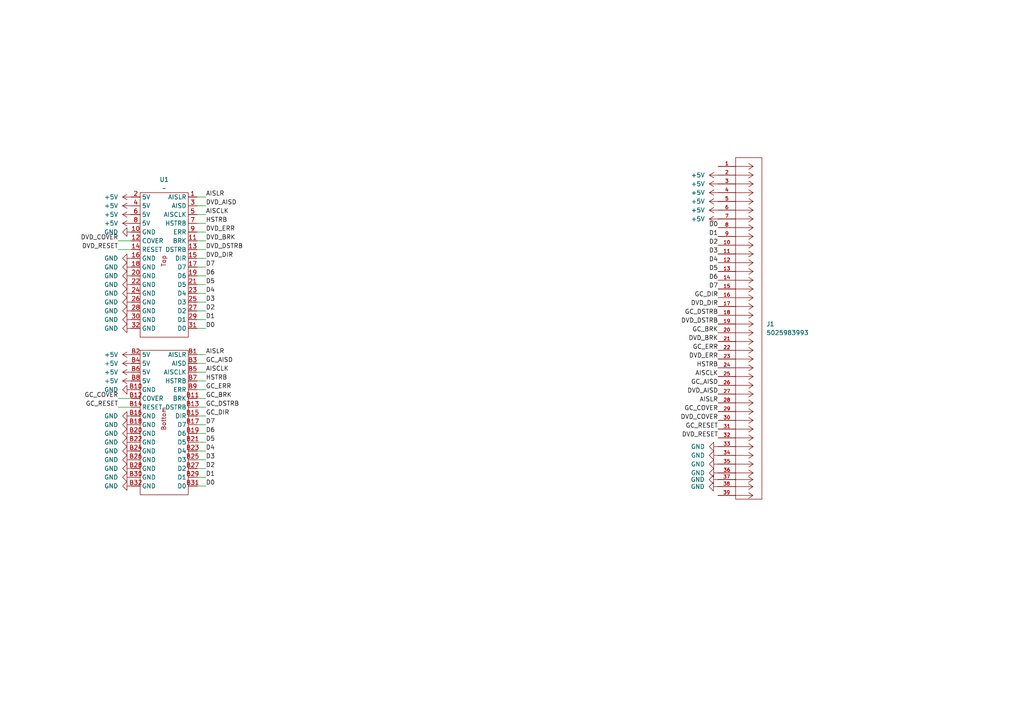
<source format=kicad_sch>
(kicad_sch (version 20250114) (generator "eeschema") (generator_version "9.0")
  (paper "A4")
  (lib_symbols
    (symbol "GamecubeConnectors:DVDFlexCN"
      (property "Reference" "U" (at 23.876 -4.064 0))
      (symbol "DVDFlexCN_1_1"
        (rectangle (start -19.05 -11.43) (end 22.86 -25.4))
        (rectangle (start 26.67 -11.43) (end 68.58 -25.4))
        (text "Top" (at 0.762 -18.542 0) (effects (font (size 1.27 1.27))))
        (text "Bottom" (at 46.482 -18.542 0) (effects (font (size 1.27 1.27))))
        (pin passive line (at -17.78 -8.89 270) (length 2.54) (name "AISLR") (number "1"))
        (pin passive line (at -17.78 -27.94 90) (length 2.54) (name "5V") (number "2"))
        (pin passive line (at -15.24 -8.89 270) (length 2.54) (name "AISD") (number "3"))
        (pin passive line (at -15.24 -27.94 90) (length 2.54) (name "5V") (number "4"))
        (pin passive line (at -12.7 -8.89 270) (length 2.54) (name "AISCLK") (number "5"))
        (pin passive line (at -12.7 -27.94 90) (length 2.54) (name "5V") (number "6"))
        (pin passive line (at -10.16 -8.89 270) (length 2.54) (name "HSTRB") (number "7"))
        (pin passive line (at -10.16 -27.94 90) (length 2.54) (name "5V") (number "8"))
        (pin passive line (at -7.62 -8.89 270) (length 2.54) (name "ERR") (number "9"))
        (pin passive line (at -7.62 -27.94 90) (length 2.54) (name "GND") (number "10"))
        (pin passive line (at -5.08 -8.89 270) (length 2.54) (name "BRK") (number "11"))
        (pin passive line (at -5.08 -27.94 90) (length 2.54) (name "COVER") (number "12"))
        (pin passive line (at -2.54 -8.89 270) (length 2.54) (name "DSTRB") (number "13"))
        (pin passive line (at -2.54 -27.94 90) (length 2.54) (name "RESET") (number "14"))
        (pin passive line (at 0 -8.89 270) (length 2.54) (name "DIR") (number "15"))
        (pin passive line (at 0 -27.94 90) (length 2.54) (name "GND") (number "16"))
        (pin passive line (at 2.54 -8.89 270) (length 2.54) (name "D7") (number "17"))
        (pin passive line (at 2.54 -27.94 90) (length 2.54) (name "GND") (number "18"))
        (pin passive line (at 5.08 -8.89 270) (length 2.54) (name "D6") (number "19"))
        (pin passive line (at 5.08 -27.94 90) (length 2.54) (name "GND") (number "20"))
        (pin passive line (at 7.62 -8.89 270) (length 2.54) (name "D5") (number "21"))
        (pin passive line (at 7.62 -27.94 90) (length 2.54) (name "GND") (number "22"))
        (pin passive line (at 10.16 -8.89 270) (length 2.54) (name "D4") (number "23"))
        (pin passive line (at 10.16 -27.94 90) (length 2.54) (name "GND") (number "24"))
        (pin passive line (at 12.7 -8.89 270) (length 2.54) (name "D3") (number "25"))
        (pin passive line (at 12.7 -27.94 90) (length 2.54) (name "GND") (number "26"))
        (pin passive line (at 15.24 -8.89 270) (length 2.54) (name "D2") (number "27"))
        (pin passive line (at 15.24 -27.94 90) (length 2.54) (name "GND") (number "28"))
        (pin passive line (at 17.78 -8.89 270) (length 2.54) (name "D1") (number "29"))
        (pin passive line (at 17.78 -27.94 90) (length 2.54) (name "GND") (number "30"))
        (pin passive line (at 20.32 -8.89 270) (length 2.54) (name "D0") (number "31"))
        (pin passive line (at 20.32 -27.94 90) (length 2.54) (name "GND") (number "32"))
        (pin passive line (at 27.94 -8.89 270) (length 2.54) (name "AISLR") (number "B1"))
        (pin passive line (at 27.94 -27.94 90) (length 2.54) (name "5V") (number "B2"))
        (pin passive line (at 30.48 -8.89 270) (length 2.54) (name "AISD") (number "B3"))
        (pin passive line (at 30.48 -27.94 90) (length 2.54) (name "5V") (number "B4"))
        (pin passive line (at 33.02 -8.89 270) (length 2.54) (name "AISCLK") (number "B5"))
        (pin passive line (at 33.02 -27.94 90) (length 2.54) (name "5V") (number "B6"))
        (pin passive line (at 35.56 -8.89 270) (length 2.54) (name "HSTRB") (number "B7"))
        (pin passive line (at 35.56 -27.94 90) (length 2.54) (name "5V") (number "B8"))
        (pin passive line (at 38.1 -8.89 270) (length 2.54) (name "ERR") (number "B9"))
        (pin passive line (at 38.1 -27.94 90) (length 2.54) (name "GND") (number "B10"))
        (pin passive line (at 40.64 -8.89 270) (length 2.54) (name "BRK") (number "B11"))
        (pin passive line (at 40.64 -27.94 90) (length 2.54) (name "COVER") (number "B12"))
        (pin passive line (at 43.18 -8.89 270) (length 2.54) (name "DSTRB") (number "B13"))
        (pin passive line (at 43.18 -27.94 90) (length 2.54) (name "RESET") (number "B14"))
        (pin passive line (at 45.72 -8.89 270) (length 2.54) (name "DIR") (number "B15"))
        (pin passive line (at 45.72 -27.94 90) (length 2.54) (name "GND") (number "B16"))
        (pin passive line (at 48.26 -8.89 270) (length 2.54) (name "D7") (number "B17"))
        (pin passive line (at 48.26 -27.94 90) (length 2.54) (name "GND") (number "B18"))
        (pin passive line (at 50.8 -8.89 270) (length 2.54) (name "D6") (number "B19"))
        (pin passive line (at 50.8 -27.94 90) (length 2.54) (name "GND") (number "B20"))
        (pin passive line (at 53.34 -8.89 270) (length 2.54) (name "D5") (number "B21"))
        (pin passive line (at 53.34 -27.94 90) (length 2.54) (name "GND") (number "B22"))
        (pin passive line (at 55.88 -8.89 270) (length 2.54) (name "D4") (number "B23"))
        (pin passive line (at 55.88 -27.94 90) (length 2.54) (name "GND") (number "B24"))
        (pin passive line (at 58.42 -8.89 270) (length 2.54) (name "D3") (number "B25"))
        (pin passive line (at 58.42 -27.94 90) (length 2.54) (name "GND") (number "B26"))
        (pin passive line (at 60.96 -8.89 270) (length 2.54) (name "D2") (number "B27"))
        (pin passive line (at 60.96 -27.94 90) (length 2.54) (name "GND") (number "B28"))
        (pin passive line (at 63.5 -8.89 270) (length 2.54) (name "D1") (number "B29"))
        (pin passive line (at 63.5 -27.94 90) (length 2.54) (name "GND") (number "B30"))
        (pin passive line (at 66.04 -8.89 270) (length 2.54) (name "D0") (number "B31"))
        (pin passive line (at 66.04 -27.94 90) (length 2.54) (name "GND") (number "B32"))
      )
    )
    (symbol "Molex_Library:5025983993" (pin_names (offset 1.016))
      (property "Reference" "J1" (at 13.97 -45.7199 0))
      (property "Value" "5025983993" (at 13.97 -48.2599 0))
      (symbol "5025983993_0_0"
        (polyline (pts (xy 5.08 2.54) (xy 5.08 -96.52)) (stroke (width 0.1524)))
        (polyline (pts (xy 5.08 -96.52) (xy 12.7 -96.52)) (stroke (width 0.1524)))
        (polyline (pts (xy 10.0914 -90.8305) (xy 5.0114 -90.8305)) (stroke (width 0.1524)))
        (polyline (pts (xy 10.0914 -90.8305) (xy 8.8214 -89.9923)) (stroke (width 0.1524)))
        (polyline (pts (xy 10.0914 -90.8305) (xy 8.8214 -91.6687)) (stroke (width 0.1524)))
        (polyline (pts (xy 10.0914 -92.8849) (xy 5.0114 -92.8849)) (stroke (width 0.1524)))
        (polyline (pts (xy 10.0914 -92.8849) (xy 8.8214 -92.0467)) (stroke (width 0.1524)))
        (polyline (pts (xy 10.0914 -92.8849) (xy 8.8214 -93.7231)) (stroke (width 0.1524)))
        (polyline (pts (xy 10.0914 -95.4249) (xy 5.0114 -95.4249)) (stroke (width 0.1524)))
        (polyline (pts (xy 10.0914 -95.4249) (xy 8.8214 -94.5867)) (stroke (width 0.1524)))
        (polyline (pts (xy 10.0914 -95.4249) (xy 8.8214 -96.2631)) (stroke (width 0.1524)))
        (polyline (pts (xy 10.16 0) (xy 5.08 0)) (stroke (width 0.1524)))
        (polyline (pts (xy 10.16 0) (xy 8.89 0.8382)) (stroke (width 0.1524)))
        (polyline (pts (xy 10.16 0) (xy 8.89 -0.8382)) (stroke (width 0.1524)))
        (polyline (pts (xy 10.16 -2.54) (xy 5.08 -2.54)) (stroke (width 0.1524)))
        (polyline (pts (xy 10.16 -2.54) (xy 8.89 -1.7018)) (stroke (width 0.1524)))
        (polyline (pts (xy 10.16 -2.54) (xy 8.89 -3.3782)) (stroke (width 0.1524)))
        (polyline (pts (xy 10.16 -5.08) (xy 5.08 -5.08)) (stroke (width 0.1524)))
        (polyline (pts (xy 10.16 -5.08) (xy 8.89 -4.2418)) (stroke (width 0.1524)))
        (polyline (pts (xy 10.16 -5.08) (xy 8.89 -5.9182)) (stroke (width 0.1524)))
        (polyline (pts (xy 10.16 -7.62) (xy 5.08 -7.62)) (stroke (width 0.1524)))
        (polyline (pts (xy 10.16 -7.62) (xy 8.89 -6.7818)) (stroke (width 0.1524)))
        (polyline (pts (xy 10.16 -7.62) (xy 8.89 -8.4582)) (stroke (width 0.1524)))
        (polyline (pts (xy 10.16 -10.16) (xy 5.08 -10.16)) (stroke (width 0.1524)))
        (polyline (pts (xy 10.16 -10.16) (xy 8.89 -9.3218)) (stroke (width 0.1524)))
        (polyline (pts (xy 10.16 -10.16) (xy 8.89 -10.9982)) (stroke (width 0.1524)))
        (polyline (pts (xy 10.16 -12.7) (xy 5.08 -12.7)) (stroke (width 0.1524)))
        (polyline (pts (xy 10.16 -12.7) (xy 8.89 -11.8618)) (stroke (width 0.1524)))
        (polyline (pts (xy 10.16 -12.7) (xy 8.89 -13.5382)) (stroke (width 0.1524)))
        (polyline (pts (xy 10.16 -15.24) (xy 5.08 -15.24)) (stroke (width 0.1524)))
        (polyline (pts (xy 10.16 -15.24) (xy 8.89 -14.4018)) (stroke (width 0.1524)))
        (polyline (pts (xy 10.16 -15.24) (xy 8.89 -16.0782)) (stroke (width 0.1524)))
        (polyline (pts (xy 10.16 -17.78) (xy 5.08 -17.78)) (stroke (width 0.1524)))
        (polyline (pts (xy 10.16 -17.78) (xy 8.89 -16.9418)) (stroke (width 0.1524)))
        (polyline (pts (xy 10.16 -17.78) (xy 8.89 -18.6182)) (stroke (width 0.1524)))
        (polyline (pts (xy 10.16 -20.32) (xy 5.08 -20.32)) (stroke (width 0.1524)))
        (polyline (pts (xy 10.16 -20.32) (xy 8.89 -19.4818)) (stroke (width 0.1524)))
        (polyline (pts (xy 10.16 -20.32) (xy 8.89 -21.1582)) (stroke (width 0.1524)))
        (polyline (pts (xy 10.16 -22.86) (xy 5.08 -22.86)) (stroke (width 0.1524)))
        (polyline (pts (xy 10.16 -22.86) (xy 8.89 -22.0218)) (stroke (width 0.1524)))
        (polyline (pts (xy 10.16 -22.86) (xy 8.89 -23.6982)) (stroke (width 0.1524)))
        (polyline (pts (xy 10.16 -25.4) (xy 5.08 -25.4)) (stroke (width 0.1524)))
        (polyline (pts (xy 10.16 -25.4) (xy 8.89 -24.5618)) (stroke (width 0.1524)))
        (polyline (pts (xy 10.16 -25.4) (xy 8.89 -26.2382)) (stroke (width 0.1524)))
        (polyline (pts (xy 10.16 -27.94) (xy 5.08 -27.94)) (stroke (width 0.1524)))
        (polyline (pts (xy 10.16 -27.94) (xy 8.89 -27.1018)) (stroke (width 0.1524)))
        (polyline (pts (xy 10.16 -27.94) (xy 8.89 -28.7782)) (stroke (width 0.1524)))
        (polyline (pts (xy 10.16 -30.48) (xy 5.08 -30.48)) (stroke (width 0.1524)))
        (polyline (pts (xy 10.16 -30.48) (xy 8.89 -29.6418)) (stroke (width 0.1524)))
        (polyline (pts (xy 10.16 -30.48) (xy 8.89 -31.3182)) (stroke (width 0.1524)))
        (polyline (pts (xy 10.16 -33.02) (xy 5.08 -33.02)) (stroke (width 0.1524)))
        (polyline (pts (xy 10.16 -33.02) (xy 8.89 -32.1818)) (stroke (width 0.1524)))
        (polyline (pts (xy 10.16 -33.02) (xy 8.89 -33.8582)) (stroke (width 0.1524)))
        (polyline (pts (xy 10.16 -35.56) (xy 5.08 -35.56)) (stroke (width 0.1524)))
        (polyline (pts (xy 10.16 -35.56) (xy 8.89 -34.7218)) (stroke (width 0.1524)))
        (polyline (pts (xy 10.16 -35.56) (xy 8.89 -36.3982)) (stroke (width 0.1524)))
        (polyline (pts (xy 10.16 -38.1) (xy 5.08 -38.1)) (stroke (width 0.1524)))
        (polyline (pts (xy 10.16 -38.1) (xy 8.89 -37.2618)) (stroke (width 0.1524)))
        (polyline (pts (xy 10.16 -38.1) (xy 8.89 -38.9382)) (stroke (width 0.1524)))
        (polyline (pts (xy 10.16 -40.64) (xy 5.08 -40.64)) (stroke (width 0.1524)))
        (polyline (pts (xy 10.16 -40.64) (xy 8.89 -39.8018)) (stroke (width 0.1524)))
        (polyline (pts (xy 10.16 -40.64) (xy 8.89 -41.4782)) (stroke (width 0.1524)))
        (polyline (pts (xy 10.16 -43.18) (xy 5.08 -43.18)) (stroke (width 0.1524)))
        (polyline (pts (xy 10.16 -43.18) (xy 8.89 -42.3418)) (stroke (width 0.1524)))
        (polyline (pts (xy 10.16 -43.18) (xy 8.89 -44.0182)) (stroke (width 0.1524)))
        (polyline (pts (xy 10.16 -45.72) (xy 5.08 -45.72)) (stroke (width 0.1524)))
        (polyline (pts (xy 10.16 -45.72) (xy 8.89 -44.8818)) (stroke (width 0.1524)))
        (polyline (pts (xy 10.16 -45.72) (xy 8.89 -46.5582)) (stroke (width 0.1524)))
        (polyline (pts (xy 10.16 -48.26) (xy 5.08 -48.26)) (stroke (width 0.1524)))
        (polyline (pts (xy 10.16 -48.26) (xy 8.89 -47.4218)) (stroke (width 0.1524)))
        (polyline (pts (xy 10.16 -48.26) (xy 8.89 -49.0982)) (stroke (width 0.1524)))
        (polyline (pts (xy 10.16 -50.8) (xy 5.08 -50.8)) (stroke (width 0.1524)))
        (polyline (pts (xy 10.16 -50.8) (xy 8.89 -49.9618)) (stroke (width 0.1524)))
        (polyline (pts (xy 10.16 -50.8) (xy 8.89 -51.6382)) (stroke (width 0.1524)))
        (polyline (pts (xy 10.16 -53.34) (xy 5.08 -53.34)) (stroke (width 0.1524)))
        (polyline (pts (xy 10.16 -53.34) (xy 8.89 -52.5018)) (stroke (width 0.1524)))
        (polyline (pts (xy 10.16 -53.34) (xy 8.89 -54.1782)) (stroke (width 0.1524)))
        (polyline (pts (xy 10.16 -55.88) (xy 5.08 -55.88)) (stroke (width 0.1524)))
        (polyline (pts (xy 10.16 -55.88) (xy 8.89 -55.0418)) (stroke (width 0.1524)))
        (polyline (pts (xy 10.16 -55.88) (xy 8.89 -56.7182)) (stroke (width 0.1524)))
        (polyline (pts (xy 10.16 -58.42) (xy 5.08 -58.42)) (stroke (width 0.1524)))
        (polyline (pts (xy 10.16 -58.42) (xy 8.89 -57.5818)) (stroke (width 0.1524)))
        (polyline (pts (xy 10.16 -58.42) (xy 8.89 -59.2582)) (stroke (width 0.1524)))
        (polyline (pts (xy 10.16 -60.96) (xy 5.08 -60.96)) (stroke (width 0.1524)))
        (polyline (pts (xy 10.16 -60.96) (xy 8.89 -60.1218)) (stroke (width 0.1524)))
        (polyline (pts (xy 10.16 -60.96) (xy 8.89 -61.7982)) (stroke (width 0.1524)))
        (polyline (pts (xy 10.16 -63.5) (xy 5.08 -63.5)) (stroke (width 0.1524)))
        (polyline (pts (xy 10.16 -63.5) (xy 8.89 -62.6618)) (stroke (width 0.1524)))
        (polyline (pts (xy 10.16 -63.5) (xy 8.89 -64.3382)) (stroke (width 0.1524)))
        (polyline (pts (xy 10.16 -66.04) (xy 5.08 -66.04)) (stroke (width 0.1524)))
        (polyline (pts (xy 10.16 -66.04) (xy 8.89 -65.2018)) (stroke (width 0.1524)))
        (polyline (pts (xy 10.16 -66.04) (xy 8.89 -66.8782)) (stroke (width 0.1524)))
        (polyline (pts (xy 10.16 -68.58) (xy 5.08 -68.58)) (stroke (width 0.1524)))
        (polyline (pts (xy 10.16 -68.58) (xy 8.89 -67.7418)) (stroke (width 0.1524)))
        (polyline (pts (xy 10.16 -68.58) (xy 8.89 -69.4182)) (stroke (width 0.1524)))
        (polyline (pts (xy 10.16 -71.12) (xy 5.08 -71.12)) (stroke (width 0.1524)))
        (polyline (pts (xy 10.16 -71.12) (xy 8.89 -70.2818)) (stroke (width 0.1524)))
        (polyline (pts (xy 10.16 -71.12) (xy 8.89 -71.9582)) (stroke (width 0.1524)))
        (polyline (pts (xy 10.16 -73.66) (xy 5.08 -73.66)) (stroke (width 0.1524)))
        (polyline (pts (xy 10.16 -73.66) (xy 8.89 -72.8218)) (stroke (width 0.1524)))
        (polyline (pts (xy 10.16 -73.66) (xy 8.89 -74.4982)) (stroke (width 0.1524)))
        (polyline (pts (xy 10.16 -76.2) (xy 5.08 -76.2)) (stroke (width 0.1524)))
        (polyline (pts (xy 10.16 -76.2) (xy 8.89 -75.3618)) (stroke (width 0.1524)))
        (polyline (pts (xy 10.16 -76.2) (xy 8.89 -77.0382)) (stroke (width 0.1524)))
        (polyline (pts (xy 10.16 -78.74) (xy 5.08 -78.74)) (stroke (width 0.1524)))
        (polyline (pts (xy 10.16 -78.74) (xy 8.89 -77.9018)) (stroke (width 0.1524)))
        (polyline (pts (xy 10.16 -78.74) (xy 8.89 -79.5782)) (stroke (width 0.1524)))
        (polyline (pts (xy 10.16 -81.28) (xy 5.08 -81.28)) (stroke (width 0.1524)))
        (polyline (pts (xy 10.16 -81.28) (xy 8.89 -80.4418)) (stroke (width 0.1524)))
        (polyline (pts (xy 10.16 -81.28) (xy 8.89 -82.1182)) (stroke (width 0.1524)))
        (polyline (pts (xy 10.16 -83.82) (xy 5.08 -83.82)) (stroke (width 0.1524)))
        (polyline (pts (xy 10.16 -83.82) (xy 8.89 -82.9818)) (stroke (width 0.1524)))
        (polyline (pts (xy 10.16 -83.82) (xy 8.89 -84.6582)) (stroke (width 0.1524)))
        (polyline (pts (xy 10.16 -86.36) (xy 5.08 -86.36)) (stroke (width 0.1524)))
        (polyline (pts (xy 10.16 -86.36) (xy 8.89 -85.5218)) (stroke (width 0.1524)))
        (polyline (pts (xy 10.16 -86.36) (xy 8.89 -87.1982)) (stroke (width 0.1524)))
        (polyline (pts (xy 10.16 -88.9) (xy 5.08 -88.9)) (stroke (width 0.1524)))
        (polyline (pts (xy 10.16 -88.9) (xy 8.89 -88.0618)) (stroke (width 0.1524)))
        (polyline (pts (xy 10.16 -88.9) (xy 8.89 -89.7382)) (stroke (width 0.1524)))
        (polyline (pts (xy 12.7 2.54) (xy 5.08 2.54)) (stroke (width 0.1524)))
        (polyline (pts (xy 12.7 -96.52) (xy 12.7 2.54)) (stroke (width 0.1524)))
        (pin passive line (at -0.0686 -92.8849 0) (length 5.08) (name "~") (number "38"))
        (pin passive line (at -0.0686 -95.4249 0) (length 5.08) (name "~") (number "39"))
        (pin passive line (at 0 0 0) (length 5.08) (name "~") (number "1"))
        (pin passive line (at 0 -2.54 0) (length 5.08) (name "~") (number "2"))
        (pin passive line (at 0 -5.08 0) (length 5.08) (name "~") (number "3"))
        (pin passive line (at 0 -7.62 0) (length 5.08) (name "~") (number "4"))
        (pin passive line (at 0 -10.16 0) (length 5.08) (name "~") (number "5"))
        (pin passive line (at 0 -12.7 0) (length 5.08) (name "~") (number "6"))
        (pin passive line (at 0 -15.24 0) (length 5.08) (name "~") (number "7"))
        (pin passive line (at 0 -17.78 0) (length 5.08) (name "~") (number "8"))
        (pin passive line (at 0 -20.32 0) (length 5.08) (name "~") (number "9"))
        (pin passive line (at 0 -22.86 0) (length 5.08) (name "~") (number "10"))
        (pin passive line (at 0 -25.4 0) (length 5.08) (name "~") (number "11"))
        (pin passive line (at 0 -27.94 0) (length 5.08) (name "~") (number "12"))
        (pin passive line (at 0 -30.48 0) (length 5.08) (name "~") (number "13"))
        (pin passive line (at 0 -33.02 0) (length 5.08) (name "~") (number "14"))
        (pin passive line (at 0 -35.56 0) (length 5.08) (name "~") (number "15"))
        (pin passive line (at 0 -38.1 0) (length 5.08) (name "~") (number "16"))
        (pin passive line (at 0 -40.64 0) (length 5.08) (name "~") (number "17"))
        (pin passive line (at 0 -43.18 0) (length 5.08) (name "~") (number "18"))
        (pin passive line (at 0 -45.72 0) (length 5.08) (name "~") (number "19"))
        (pin passive line (at 0 -48.26 0) (length 5.08) (name "~") (number "20"))
        (pin passive line (at 0 -50.8 0) (length 5.08) (name "~") (number "21"))
        (pin passive line (at 0 -53.34 0) (length 5.08) (name "~") (number "22"))
        (pin passive line (at 0 -55.88 0) (length 5.08) (name "~") (number "23"))
        (pin passive line (at 0 -58.42 0) (length 5.08) (name "~") (number "24"))
        (pin passive line (at 0 -60.96 0) (length 5.08) (name "~") (number "25"))
        (pin passive line (at 0 -63.5 0) (length 5.08) (name "~") (number "26"))
        (pin passive line (at 0 -66.04 0) (length 5.08) (name "~") (number "27"))
        (pin passive line (at 0 -68.58 0) (length 5.08) (name "~") (number "28"))
        (pin passive line (at 0 -71.12 0) (length 5.08) (name "~") (number "29"))
        (pin passive line (at 0 -73.66 0) (length 5.08) (name "~") (number "30"))
        (pin passive line (at 0 -76.2 0) (length 5.08) (name "~") (number "31"))
        (pin passive line (at 0 -78.74 0) (length 5.08) (name "~") (number "32"))
        (pin passive line (at 0 -81.28 0) (length 5.08) (name "~") (number "33"))
        (pin passive line (at 0 -83.82 0) (length 5.08) (name "~") (number "34"))
        (pin passive line (at 0 -86.36 0) (length 5.08) (name "~") (number "35"))
        (pin passive line (at 0 -88.9 0) (length 5.08) (name "~") (number "36"))
      )
      (symbol "5025983993_1_0"
        (pin passive line (at -0.0686 -90.8305 0) (length 5.08) (name "~") (number "37"))
      )
    )
    (symbol "power:+5V" (power) (pin_numbers (hide yes)) (pin_names (offset 0) (hide yes))
      (property "Value" "+5V" (at 0 3.556 0))
      (symbol "+5V_0_1"
        (polyline (pts (xy -0.762 1.27) (xy 0 2.54)))
        (polyline (pts (xy 0 2.54) (xy 0.762 1.27)))
        (polyline (pts (xy 0 0) (xy 0 2.54)))
      )
      (symbol "+5V_1_1"
        (pin power_in line (at 0 0 90) (length 0) (name "~") (number "1"))
      )
    )
    (symbol "power:GND" (power) (pin_numbers (hide yes)) (pin_names (offset 0) (hide yes))
      (property "Value" "GND" (at 0 -3.81 0))
      (symbol "GND_0_1"
        (polyline (pts (xy 0 0) (xy 0 -1.27) (xy 1.27 -1.27) (xy 0 -2.54) (xy -1.27 -1.27) (xy 0 -1.27)))
      )
      (symbol "GND_1_1"
        (pin power_in line (at 0 0 270) (length 0) (name "~") (number "1"))
      )
    )
  )
  (wire (pts (xy 59.69 133.35) (xy 57.15 133.35)))
  (wire (pts (xy 59.69 92.71) (xy 57.15 92.71)))
  (wire (pts (xy 59.69 135.89) (xy 57.15 135.89)))
  (wire (pts (xy 59.69 102.87) (xy 57.15 102.87)))
  (wire (pts (xy 59.69 110.49) (xy 57.15 110.49)))
  (wire (pts (xy 57.15 113.03) (xy 59.69 113.03)))
  (wire (pts (xy 59.69 80.01) (xy 57.15 80.01)))
  (wire (pts (xy 57.15 115.57) (xy 59.69 115.57)))
  (wire (pts (xy 59.69 64.77) (xy 57.15 64.77)))
  (wire (pts (xy 59.69 82.55) (xy 57.15 82.55)))
  (wire (pts (xy 59.69 85.09) (xy 57.15 85.09)))
  (wire (pts (xy 59.69 107.95) (xy 57.15 107.95)))
  (wire (pts (xy 59.69 59.69) (xy 57.15 59.69)))
  (wire (pts (xy 59.69 105.41) (xy 57.15 105.41)))
  (wire (pts (xy 59.69 74.93) (xy 57.15 74.93)))
  (wire (pts (xy 59.69 62.23) (xy 57.15 62.23)))
  (wire (pts (xy 59.69 95.25) (xy 57.15 95.25)))
  (wire (pts (xy 59.69 72.39) (xy 57.15 72.39)))
  (wire (pts (xy 57.15 118.11) (xy 59.69 118.11)))
  (wire (pts (xy 59.69 87.63) (xy 57.15 87.63)))
  (wire (pts (xy 34.29 72.39) (xy 38.1 72.39)))
  (wire (pts (xy 59.69 90.17) (xy 57.15 90.17)))
  (wire (pts (xy 34.29 115.57) (xy 38.1 115.57)))
  (wire (pts (xy 34.29 118.11) (xy 38.1 118.11)))
  (wire (pts (xy 59.69 69.85) (xy 57.15 69.85)))
  (wire (pts (xy 59.69 138.43) (xy 57.15 138.43)))
  (wire (pts (xy 59.69 125.73) (xy 57.15 125.73)))
  (wire (pts (xy 34.29 69.85) (xy 38.1 69.85)))
  (wire (pts (xy 59.69 128.27) (xy 57.15 128.27)))
  (wire (pts (xy 59.69 130.81) (xy 57.15 130.81)))
  (wire (pts (xy 59.69 123.19) (xy 57.15 123.19)))
  (wire (pts (xy 59.69 67.31) (xy 57.15 67.31)))
  (wire (pts (xy 59.69 77.47) (xy 57.15 77.47)))
  (wire (pts (xy 59.69 57.15) (xy 57.15 57.15)))
  (wire (pts (xy 59.69 140.97) (xy 57.15 140.97)))
  (wire (pts (xy 59.69 120.65) (xy 57.15 120.65)))
  (label "D0" (at 208.28 66.04 180))
  (label "GC_AISD" (at 59.69 105.41 0))
  (label "DVD_RESET" (at 34.29 72.39 180))
  (label "D0" (at 59.69 95.25 0))
  (label "GC_COVER" (at 208.28 119.38 180))
  (label "D2" (at 59.69 135.89 0))
  (label "HSTRB" (at 59.69 110.49 0))
  (label "DVD_AISD" (at 208.28 114.3 180))
  (label "D2" (at 208.28 71.12 180))
  (label "DVD_BRK" (at 208.28 99.06 180))
  (label "D3" (at 59.69 87.63 0))
  (label "GC_DIR" (at 208.28 86.36 180))
  (label "D7" (at 59.69 123.19 0))
  (label "D7" (at 59.69 77.47 0))
  (label "D4" (at 59.69 130.81 0))
  (label "GC_DSTRB" (at 59.69 118.11 0))
  (label "GC_BRK" (at 59.69 115.57 0))
  (label "D7" (at 208.28 83.82 180))
  (label "HSTRB" (at 208.28 106.68 180))
  (label "D2" (at 59.69 90.17 0))
  (label "D1" (at 59.69 92.71 0))
  (label "DVD_COVER" (at 208.28 121.92 180))
  (label "GC_ERR" (at 208.28 101.6 180))
  (label "GC_COVER" (at 34.29 115.57 180))
  (label "D4" (at 59.69 85.09 0))
  (label "D5" (at 59.69 128.27 0))
  (label "D1" (at 59.69 138.43 0))
  (label "DVD_AISD" (at 59.69 59.69 0))
  (label "AISCLK" (at 208.28 109.22 180))
  (label "D6" (at 59.69 125.73 0))
  (label "D5" (at 59.69 82.55 0))
  (label "AISLR" (at 208.28 116.84 180))
  (label "D4" (at 208.28 76.2 180))
  (label "AISLR" (at 59.69 57.15 0))
  (label "AISCLK" (at 59.69 62.23 0))
  (label "GC_RESET" (at 34.29 118.11 180))
  (label "DVD_DSTRB" (at 208.28 93.98 180))
  (label "D3" (at 59.69 133.35 0))
  (label "D1" (at 208.28 68.58 180))
  (label "D3" (at 208.28 73.66 180))
  (label "D0" (at 59.69 140.97 0))
  (label "DVD_ERR" (at 208.28 104.14 180))
  (label "AISLR" (at 59.69 102.87 0))
  (label "DVD_BRK" (at 59.69 69.85 0))
  (label "D6" (at 59.69 80.01 0))
  (label "DVD_DSTRB" (at 59.69 72.39 0))
  (label "DVD_DIR" (at 208.28 88.9 180))
  (label "GC_DIR" (at 59.69 120.65 0))
  (label "GC_ERR" (at 59.69 113.03 0))
  (label "GC_DSTRB" (at 208.28 91.44 180))
  (label "GC_BRK" (at 208.28 96.52 180))
  (label "GC_AISD" (at 208.28 111.76 180))
  (label "AISCLK" (at 59.69 107.95 0))
  (label "DVD_ERR" (at 59.69 67.31 0))
  (label "GC_RESET" (at 208.28 124.46 180))
  (label "DVD_RESET" (at 208.28 127 180))
  (label "DVD_DIR" (at 59.69 74.93 0))
  (label "D6" (at 208.28 81.28 180))
  (label "DVD_COVER" (at 34.29 69.85 180))
  (label "HSTRB" (at 59.69 64.77 0))
  (label "D5" (at 208.28 78.74 180))
  (symbol (lib_id "power:+5V") (at 38.1 59.69 90) (unit 1)
    (property "Reference" "#PWR02" (effects (hide yes)))
    (property "Value" "+5V" (at 34.29 59.6899 90) (effects (justify left)))
    (property "Description" "Power symbol creates a global label with name \"+5V\"" (effects (hide yes)))
  )
  (symbol (lib_id "power:GND") (at 208.28 129.54 270) (unit 1)
    (property "Reference" "#PWR039" (effects (hide yes)))
    (property "Value" "GND" (at 204.47 129.5399 90) (effects (justify right)))
    (property "Description" "Power symbol creates a global label with name \"GND\" , ground" (effects (hide yes)))
  )
  (symbol (lib_id "power:GND") (at 38.1 125.73 270) (unit 1)
    (property "Reference" "#PWR021" (effects (hide yes)))
    (property "Value" "GND" (at 34.29 125.7299 90) (effects (justify right)))
    (property "Description" "Power symbol creates a global label with name \"GND\" , ground" (effects (hide yes)))
  )
  (symbol (lib_id "power:GND") (at 38.1 67.31 270) (unit 1)
    (property "Reference" "#PWR030" (effects (hide yes)))
    (property "Value" "GND" (at 34.29 67.3099 90) (effects (justify right)))
    (property "Description" "Power symbol creates a global label with name \"GND\" , ground" (effects (hide yes)))
  )
  (symbol (lib_id "power:GND") (at 38.1 135.89 270) (unit 1)
    (property "Reference" "#PWR025" (effects (hide yes)))
    (property "Value" "GND" (at 34.29 135.8899 90) (effects (justify right)))
    (property "Description" "Power symbol creates a global label with name \"GND\" , ground" (effects (hide yes)))
  )
  (symbol (lib_id "power:+5V") (at 208.28 58.42 90) (unit 1)
    (property "Reference" "#PWR033" (effects (hide yes)))
    (property "Value" "+5V" (at 204.47 58.4199 90) (effects (justify left)))
    (property "Description" "Power symbol creates a global label with name \"+5V\"" (effects (hide yes)))
  )
  (symbol (lib_id "power:GND") (at 38.1 80.01 270) (unit 1)
    (property "Reference" "#PWR012" (effects (hide yes)))
    (property "Value" "GND" (at 34.29 80.0099 90) (effects (justify right)))
    (property "Description" "Power symbol creates a global label with name \"GND\" , ground" (effects (hide yes)))
  )
  (symbol (lib_id "power:+5V") (at 38.1 64.77 90) (unit 1)
    (property "Reference" "#PWR04" (effects (hide yes)))
    (property "Value" "+5V" (at 34.29 64.7699 90) (effects (justify left)))
    (property "Description" "Power symbol creates a global label with name \"+5V\"" (effects (hide yes)))
  )
  (symbol (lib_id "power:+5V") (at 208.28 63.5 90) (unit 1)
    (property "Reference" "#PWR038" (effects (hide yes)))
    (property "Value" "+5V" (at 204.47 63.4999 90) (effects (justify left)))
    (property "Description" "Power symbol creates a global label with name \"+5V\"" (effects (hide yes)))
  )
  (symbol (lib_id "power:GND") (at 38.1 113.03 270) (unit 1)
    (property "Reference" "#PWR029" (effects (hide yes)))
    (property "Value" "GND" (at 34.29 113.0299 90) (effects (justify right)))
    (property "Description" "Power symbol creates a global label with name \"GND\" , ground" (effects (hide yes)))
  )
  (symbol (lib_id "power:+5V") (at 38.1 110.49 90) (unit 1)
    (property "Reference" "#PWR08" (effects (hide yes)))
    (property "Value" "+5V" (at 34.29 110.4899 90) (effects (justify left)))
    (property "Description" "Power symbol creates a global label with name \"+5V\"" (effects (hide yes)))
  )
  (symbol (lib_id "power:GND") (at 38.1 95.25 270) (unit 1)
    (property "Reference" "#PWR018" (effects (hide yes)))
    (property "Value" "GND" (at 34.29 95.2499 90) (effects (justify right)))
    (property "Description" "Power symbol creates a global label with name \"GND\" , ground" (effects (hide yes)))
  )
  (symbol (lib_id "power:+5V") (at 38.1 62.23 90) (unit 1)
    (property "Reference" "#PWR03" (effects (hide yes)))
    (property "Value" "+5V" (at 34.29 62.2299 90) (effects (justify left)))
    (property "Description" "Power symbol creates a global label with name \"+5V\"" (effects (hide yes)))
  )
  (symbol (lib_id "power:GND") (at 208.28 132.08 270) (unit 1)
    (property "Reference" "#PWR032" (effects (hide yes)))
    (property "Value" "GND" (at 204.47 132.0799 90) (effects (justify right)))
    (property "Description" "Power symbol creates a global label with name \"GND\" , ground" (effects (hide yes)))
  )
  (symbol (lib_id "power:GND") (at 38.1 130.81 270) (unit 1)
    (property "Reference" "#PWR023" (effects (hide yes)))
    (property "Value" "GND" (at 34.29 130.8099 90) (effects (justify right)))
    (property "Description" "Power symbol creates a global label with name \"GND\" , ground" (effects (hide yes)))
  )
  (symbol (lib_id "power:GND") (at 38.1 133.35 270) (unit 1)
    (property "Reference" "#PWR024" (effects (hide yes)))
    (property "Value" "GND" (at 34.29 133.3499 90) (effects (justify right)))
    (property "Description" "Power symbol creates a global label with name \"GND\" , ground" (effects (hide yes)))
  )
  (symbol (lib_id "power:GND") (at 38.1 77.47 270) (unit 1)
    (property "Reference" "#PWR011" (effects (hide yes)))
    (property "Value" "GND" (at 34.29 77.4699 90) (effects (justify right)))
    (property "Description" "Power symbol creates a global label with name \"GND\" , ground" (effects (hide yes)))
  )
  (symbol (lib_id "power:GND") (at 208.28 137.16 270) (unit 1)
    (property "Reference" "#PWR035" (effects (hide yes)))
    (property "Value" "GND" (at 204.47 137.1599 90) (effects (justify right)))
    (property "Description" "Power symbol creates a global label with name \"GND\" , ground" (effects (hide yes)))
  )
  (symbol (lib_id "power:GND") (at 38.1 82.55 270) (unit 1)
    (property "Reference" "#PWR013" (effects (hide yes)))
    (property "Value" "GND" (at 34.29 82.5499 90) (effects (justify right)))
    (property "Description" "Power symbol creates a global label with name \"GND\" , ground" (effects (hide yes)))
  )
  (symbol (lib_id "power:+5V") (at 38.1 105.41 90) (unit 1)
    (property "Reference" "#PWR06" (effects (hide yes)))
    (property "Value" "+5V" (at 34.29 105.4099 90) (effects (justify left)))
    (property "Description" "Power symbol creates a global label with name \"+5V\"" (effects (hide yes)))
  )
  (symbol (lib_id "power:GND") (at 38.1 85.09 270) (unit 1)
    (property "Reference" "#PWR014" (effects (hide yes)))
    (property "Value" "GND" (at 34.29 85.0899 90) (effects (justify right)))
    (property "Description" "Power symbol creates a global label with name \"GND\" , ground" (effects (hide yes)))
  )
  (symbol (lib_id "power:+5V") (at 208.28 55.88 90) (unit 1)
    (property "Reference" "#PWR031" (effects (hide yes)))
    (property "Value" "+5V" (at 204.47 55.8799 90) (effects (justify left)))
    (property "Description" "Power symbol creates a global label with name \"+5V\"" (effects (hide yes)))
  )
  (symbol (lib_id "power:GND") (at 38.1 123.19 270) (unit 1)
    (property "Reference" "#PWR020" (effects (hide yes)))
    (property "Value" "GND" (at 34.29 123.1899 90) (effects (justify right)))
    (property "Description" "Power symbol creates a global label with name \"GND\" , ground" (effects (hide yes)))
  )
  (symbol (lib_id "power:GND") (at 38.1 128.27 270) (unit 1)
    (property "Reference" "#PWR022" (effects (hide yes)))
    (property "Value" "GND" (at 34.29 128.2699 90) (effects (justify right)))
    (property "Description" "Power symbol creates a global label with name \"GND\" , ground" (effects (hide yes)))
  )
  (symbol (lib_id "power:GND") (at 38.1 138.43 270) (unit 1)
    (property "Reference" "#PWR026" (effects (hide yes)))
    (property "Value" "GND" (at 34.29 138.4299 90) (effects (justify right)))
    (property "Description" "Power symbol creates a global label with name \"GND\" , ground" (effects (hide yes)))
  )
  (symbol (lib_id "power:+5V") (at 208.28 53.34 90) (unit 1)
    (property "Reference" "#PWR028" (effects (hide yes)))
    (property "Value" "+5V" (at 204.47 53.3399 90) (effects (justify left)))
    (property "Description" "Power symbol creates a global label with name \"+5V\"" (effects (hide yes)))
  )
  (symbol (lib_id "power:GND") (at 38.1 92.71 270) (unit 1)
    (property "Reference" "#PWR017" (effects (hide yes)))
    (property "Value" "GND" (at 34.29 92.7099 90) (effects (justify right)))
    (property "Description" "Power symbol creates a global label with name \"GND\" , ground" (effects (hide yes)))
  )
  (symbol (lib_id "power:GND") (at 38.1 87.63 270) (unit 1)
    (property "Reference" "#PWR015" (effects (hide yes)))
    (property "Value" "GND" (at 34.29 87.6299 90) (effects (justify right)))
    (property "Description" "Power symbol creates a global label with name \"GND\" , ground" (effects (hide yes)))
  )
  (symbol (lib_id "power:GND") (at 208.28 134.62 270) (unit 1)
    (property "Reference" "#PWR036" (effects (hide yes)))
    (property "Value" "GND" (at 204.47 134.6199 90) (effects (justify right)))
    (property "Description" "Power symbol creates a global label with name \"GND\" , ground" (effects (hide yes)))
  )
  (symbol (lib_id "power:GND") (at 208.2114 141.1449 270) (unit 1)
    (property "Reference" "#PWR040" (effects (hide yes)))
    (property "Value" "GND" (at 204.4014 141.1448 90) (effects (justify right)))
    (property "Description" "Power symbol creates a global label with name \"GND\" , ground" (effects (hide yes)))
  )
  (symbol (lib_id "Molex_Library:5025983993") (at 208.28 48.26 0) (unit 1)
    (property "Reference" "J1" (at 222.25 93.9799 0) (effects (justify left)))
    (property "Value" "5025983993" (at 222.25 96.5199 0) (effects (justify left)))
    (property "Footprint" "MolexLibrary:39 Pin 0.30MM Molex FFC" (effects (hide yes)))
    (property "MFR_NAME" "Molex Connector Corporation" (effects (hide yes)))
    (property "MANUFACTURER_PART_NUMBER" "5025983993" (effects (hide yes)))
  )
  (symbol (lib_id "power:+5V") (at 208.28 50.8 90) (unit 1)
    (property "Reference" "#PWR09" (effects (hide yes)))
    (property "Value" "+5V" (at 204.47 50.7999 90) (effects (justify left)))
    (property "Description" "Power symbol creates a global label with name \"+5V\"" (effects (hide yes)))
  )
  (symbol (lib_id "power:GND") (at 38.1 74.93 270) (unit 1)
    (property "Reference" "#PWR010" (effects (hide yes)))
    (property "Value" "GND" (at 34.29 74.9299 90) (effects (justify right)))
    (property "Description" "Power symbol creates a global label with name \"GND\" , ground" (effects (hide yes)))
  )
  (symbol (lib_id "power:GND") (at 208.2114 139.0905 270) (unit 1)
    (property "Reference" "#PWR034" (effects (hide yes)))
    (property "Value" "GND" (at 204.4014 139.0904 90) (effects (justify right)))
    (property "Description" "Power symbol creates a global label with name \"GND\" , ground" (effects (hide yes)))
  )
  (symbol (lib_id "power:GND") (at 38.1 120.65 270) (unit 1)
    (property "Reference" "#PWR019" (effects (hide yes)))
    (property "Value" "GND" (at 34.29 120.6499 90) (effects (justify right)))
    (property "Description" "Power symbol creates a global label with name \"GND\" , ground" (effects (hide yes)))
  )
  (symbol (lib_id "power:+5V") (at 38.1 57.15 90) (unit 1)
    (property "Reference" "#PWR01" (effects (hide yes)))
    (property "Value" "+5V" (at 34.29 57.1499 90) (effects (justify left)))
    (property "Description" "Power symbol creates a global label with name \"+5V\"" (effects (hide yes)))
  )
  (symbol (lib_id "GamecubeConnectors:DVDFlexCN") (at 66.04 74.93 270) (unit 1)
    (property "Reference" "U1" (at 47.625 52.07 90))
    (property "Value" "~" (at 47.625 54.61 90))
    (property "Footprint" "GamecubeConnectors:DVDCN_FLEX_PADS" (effects (hide yes)))
  )
  (symbol (lib_id "power:+5V") (at 38.1 102.87 90) (unit 1)
    (property "Reference" "#PWR05" (effects (hide yes)))
    (property "Value" "+5V" (at 34.29 102.8699 90) (effects (justify left)))
    (property "Description" "Power symbol creates a global label with name \"+5V\"" (effects (hide yes)))
  )
  (symbol (lib_id "power:+5V") (at 208.28 60.96 90) (unit 1)
    (property "Reference" "#PWR037" (effects (hide yes)))
    (property "Value" "+5V" (at 204.47 60.9599 90) (effects (justify left)))
    (property "Description" "Power symbol creates a global label with name \"+5V\"" (effects (hide yes)))
  )
  (symbol (lib_id "power:GND") (at 38.1 90.17 270) (unit 1)
    (property "Reference" "#PWR016" (effects (hide yes)))
    (property "Value" "GND" (at 34.29 90.1699 90) (effects (justify right)))
    (property "Description" "Power symbol creates a global label with name \"GND\" , ground" (effects (hide yes)))
  )
  (symbol (lib_id "power:GND") (at 38.1 140.97 270) (unit 1)
    (property "Reference" "#PWR027" (effects (hide yes)))
    (property "Value" "GND" (at 34.29 140.9699 90) (effects (justify right)))
    (property "Description" "Power symbol creates a global label with name \"GND\" , ground" (effects (hide yes)))
  )
  (symbol (lib_id "power:+5V") (at 38.1 107.95 90) (unit 1)
    (property "Reference" "#PWR07" (effects (hide yes)))
    (property "Value" "+5V" (at 34.29 107.9499 90) (effects (justify left)))
    (property "Description" "Power symbol creates a global label with name \"+5V\"" (effects (hide yes)))
  )
)
</source>
